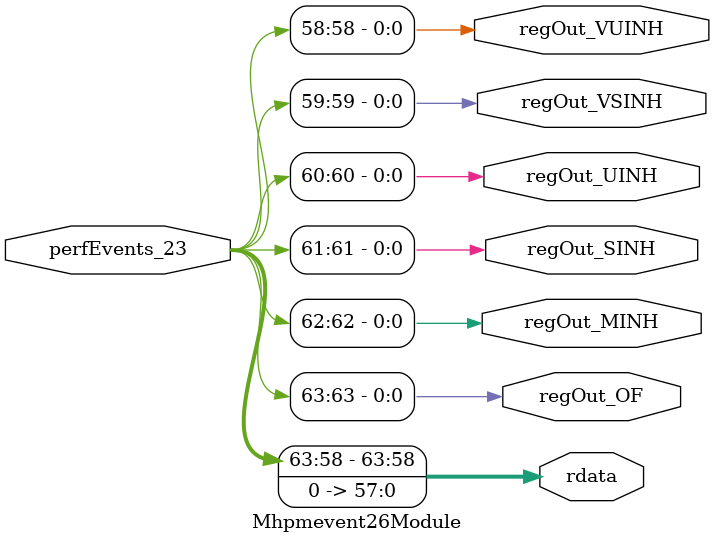
<source format=sv>
`ifndef RANDOMIZE
  `ifdef RANDOMIZE_MEM_INIT
    `define RANDOMIZE
  `endif // RANDOMIZE_MEM_INIT
`endif // not def RANDOMIZE
`ifndef RANDOMIZE
  `ifdef RANDOMIZE_REG_INIT
    `define RANDOMIZE
  `endif // RANDOMIZE_REG_INIT
`endif // not def RANDOMIZE

`ifndef RANDOM
  `define RANDOM $random
`endif // not def RANDOM

// Users can define INIT_RANDOM as general code that gets injected into the
// initializer block for modules with registers.
`ifndef INIT_RANDOM
  `define INIT_RANDOM
`endif // not def INIT_RANDOM

// If using random initialization, you can also define RANDOMIZE_DELAY to
// customize the delay used, otherwise 0.002 is used.
`ifndef RANDOMIZE_DELAY
  `define RANDOMIZE_DELAY 0.002
`endif // not def RANDOMIZE_DELAY

// Define INIT_RANDOM_PROLOG_ for use in our modules below.
`ifndef INIT_RANDOM_PROLOG_
  `ifdef RANDOMIZE
    `ifdef VERILATOR
      `define INIT_RANDOM_PROLOG_ `INIT_RANDOM
    `else  // VERILATOR
      `define INIT_RANDOM_PROLOG_ `INIT_RANDOM #`RANDOMIZE_DELAY begin end
    `endif // VERILATOR
  `else  // RANDOMIZE
    `define INIT_RANDOM_PROLOG_
  `endif // RANDOMIZE
`endif // not def INIT_RANDOM_PROLOG_

// Include register initializers in init blocks unless synthesis is set
`ifndef SYNTHESIS
  `ifndef ENABLE_INITIAL_REG_
    `define ENABLE_INITIAL_REG_
  `endif // not def ENABLE_INITIAL_REG_
`endif // not def SYNTHESIS

// Include rmemory initializers in init blocks unless synthesis is set
`ifndef SYNTHESIS
  `ifndef ENABLE_INITIAL_MEM_
    `define ENABLE_INITIAL_MEM_
  `endif // not def ENABLE_INITIAL_MEM_
`endif // not def SYNTHESIS

module Mhpmevent26Module(
  output [63:0] rdata,
  output        regOut_OF,
  output        regOut_MINH,
  output        regOut_SINH,
  output        regOut_UINH,
  output        regOut_VSINH,
  output        regOut_VUINH,
  input  [63:0] perfEvents_23
);

  assign rdata = {perfEvents_23[63:58], 58'h0};
  assign regOut_OF = perfEvents_23[63];
  assign regOut_MINH = perfEvents_23[62];
  assign regOut_SINH = perfEvents_23[61];
  assign regOut_UINH = perfEvents_23[60];
  assign regOut_VSINH = perfEvents_23[59];
  assign regOut_VUINH = perfEvents_23[58];
endmodule


</source>
